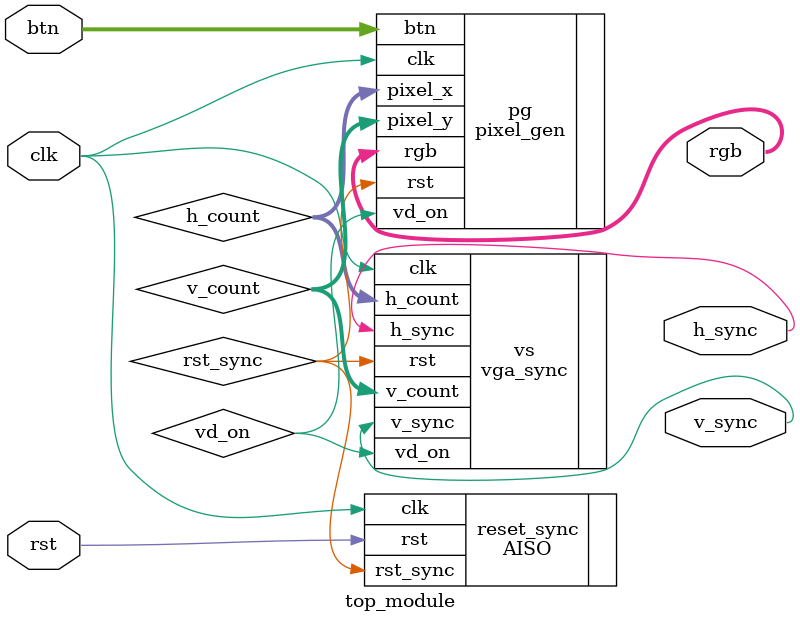
<source format=v>
`timescale 1ns / 1ps
/****************************************************************************
 * File Name:  top_module.v
 *
 * Created by Kuldeep Gohil
 *
 * purpose: top_module of this project which maps out the inputs/outputs
 *				of the reset sync module(AISO), vga sync module, and pixel 
 *				gen module.
 *          
 *	In submitting this file for class work at CSULB I am confirming that 
 *	this is my work product. In the event other code sources are utilized
 *	I will document that code identifying the author. In submitting this 
 * work I acknowledge that plagiarism in student project work is subject
 *	to dismissal from the class
 ****************************************************************************/
module top_module(clk, rst, btn, rgb, h_sync, v_sync);
    
    // initialized inputs
    input       		clk, rst;
    input 	[1:0] 	btn;
        
    // initialize wires
    wire       		vd_on;
    wire 	[9:0] 	v_count, h_count;    
    wire 	[2:0] 	rgb_next;
    wire       		rst_sync;
    	 
    // initialize outputs	 
    output 				h_sync, v_sync;
    output 	[2:0] 	rgb;
    
    // initialize AISO module 
    AISO reset_sync(.rst(rst),			 // input
                    .clk(clk),			 // input
                    .rst_sync(rst_sync) // output
                    );
                    
    // initialize vga_sync module 
    vga_sync vs(.clk(clk),              // input
                .rst(rst_sync),       	 // input
                .h_sync(h_sync),        // output
                .v_sync(v_sync),        // output
                .vd_on(vd_on),    		 // output
                .v_count(v_count),      // output
                .h_count(h_count)       // output
                );
    
    // initialize pixel gen module
    pixel_gen pg(.pixel_x(h_count),     // input 
                 .pixel_y(v_count),     // input
                 .vd_on(vd_on),   		 // input
                 .rst(rst_sync),        // input
                 .clk(clk),             // input
                 .btn(btn),             // input
                 .rgb(rgb)              // output
                 );
endmodule

</source>
